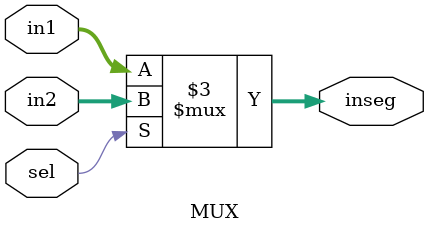
<source format=v>
module MUX(input [6:0]in1, in2, input sel , output reg [6:0] inseg );

always @(in1,in2,sel) begin
if(sel)
inseg = in2;
else
inseg = in1;
end
endmodule
</source>
